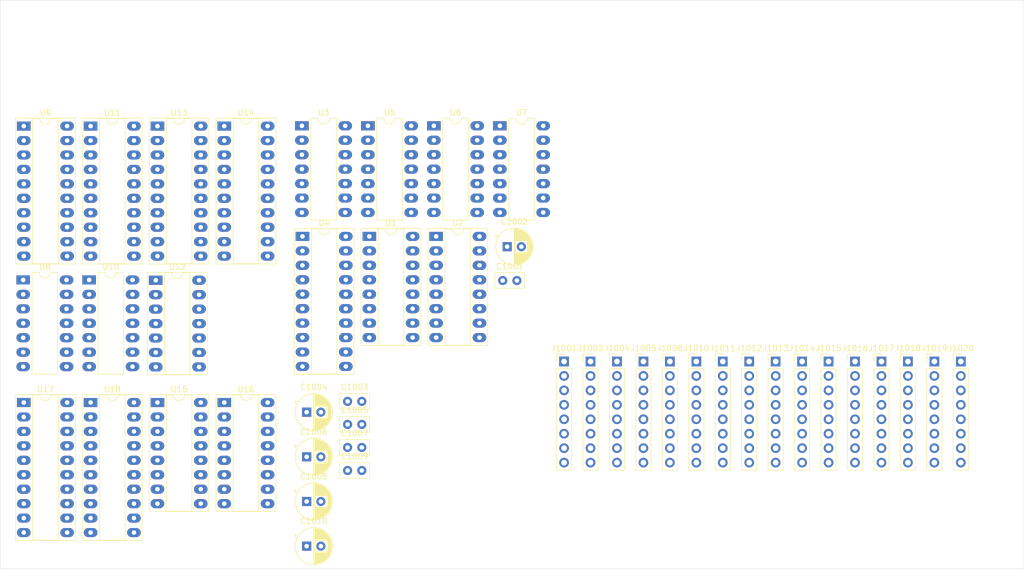
<source format=kicad_pcb>
(kicad_pcb (version 20240108) (generator "pcbnew") (generator_version "8.0")
  (layers (0 "F.Cu" signal) (31 "B.Cu" signal) (34 "B.Paste" user) (35 "F.Paste" user) (36 "B.SilkS" user "B.Silkscreen") (37 "F.SilkS" user "F.Silkscreen") (38 "B.Mask" user) (39 "F.Mask" user) (44 "Edge.Cuts" user))
  (net 0 "")
  (net 1 "+5V")
  (net 2 "GND")
  (net 3 "DB3")
  (net 4 "DB0")
  (net 5 "DB5")
  (net 6 "DB4")
  (net 7 "DB1")
  (net 8 "DB6")
  (net 9 "DB7")
  (net 10 "DB2")
  (net 11 "IB1")
  (net 12 "IB6")
  (net 13 "IB4")
  (net 14 "IB3")
  (net 15 "IB7")
  (net 16 "IB2")
  (net 17 "IB0")
  (net 18 "IB5")
  (net 19 "MISO")
  (net 20 "FETCH")
  (net 21 "~{RES}")
  (net 22 "MOSI")
  (net 23 "SCLK")
  (net 24 "~{RES_DIRTY}")
  (net 25 "~{IRQ}")
  (net 26 "RES")
  (net 27 "EXIT")
  (net 28 "xL_pre")
  (net 29 "~{SUBR}")
  (net 30 "Mx_pre")
  (net 31 "xM_pre")
  (net 32 "Lx_pre")
  (net 33 "xW_pre")
  (net 34 "Nx_pre_clean")
  (net 35 "~{PH3}")
  (net 36 "~{DPH}")
  (net 37 "PH0")
  (net 38 "~{PH0}")
  (net 39 "DPH")
  (net 40 "PH1")
  (net 41 "PUT")
  (net 42 "~{CLOSE}")
  (net 43 "GET")
  (net 44 "~{TRAP}")
  (net 45 "GETPUT")
  (net 46 "~{RCOPY}")
  (net 47 "FREE")
  (net 48 "SCROUNGE")
  (net 49 "xA_CARRY_OUT")
  (net 50 "IPH")
  (net 51 "ZFLAG_R")
  (net 52 "NZFLAG_R")
  (net 53 "NZFLAG_I")
  (net 54 "~{xA_CARRY}")
  (net 55 "PH2")
  (net 56 "JUMP")
  (net 57 "HI2")
  (net 58 "HI5")
  (net 59 "HI4")
  (net 60 "HI1")
  (net 61 "HI3")
  (net 62 "HI6")
  (net 63 "HI0")
  (net 64 "HI7")
  (net 65 "O4")
  (net 66 "O2")
  (net 67 "O7")
  (net 68 "O3")
  (net 69 "O6")
  (net 70 "O0")
  (net 71 "O5")
  (net 72 "O1")
  (net 73 "PC6")
  (net 74 "PC0")
  (net 75 "PC1")
  (net 76 "PC5")
  (net 77 "PC7")
  (net 78 "PC3")
  (net 79 "PC2")
  (net 80 "PC4")
  (net 81 "~{xI}")
  (net 82 "~{xS}")
  (net 83 "~{xD}")
  (net 84 "~{xO}")
  (net 85 "~{xM}")
  (net 86 "~{xP}")
  (net 87 "~{xL}")
  (net 88 "~{xR}")
  (net 89 "xE")
  (net 90 "xA")
  (net 91 "xB")
  (net 92 "xW")
  (net 93 "xJ")
  (net 94 "xT")
  (net 95 "xC")
  (net 96 "xF")
  (net 97 "~{Px}")
  (net 98 "~{Ix}")
  (net 99 "~{Nx}")
  (net 100 "~{Sx}")
  (net 101 "~{Rx}")
  (net 102 "~{Mx}")
  (net 103 "~{Dx}")
  (net 104 "~{Lx}")
  (net 105 "~{opc_TRAP}")
  (net 107 "~{opc_ALU}")
  (net 108 "~{opc_FIX}")
  (net 109 "~{opc_SYS}")
  (net 111 "~{opc_DIRO}")
  (net 112 "~{opc_PAIR}")
  (net 113 "~{SSI}")
  (net 114 "~{SCH}")
  (net 115 "~{RET}")
  (net 116 "~{COR}")
  (net 117 "~{NOP}")
  (net 118 "~{SCL}")
  (net 119 "~{SSO}")
  (net 120 "~{OWN}")
  (net 121 "~{GETO}")
  (net 122 "~{GETR}")
  (net 123 "~{GETD}")
  (net 124 "~{PUTR}")
  (net 125 "~{PUTD}")
  (net 126 "~{PUTI}")
  (net 127 "~{PUTO}")
  (net 128 "~{GETI}")
  (net 129 "Net-(U1-QA)")
  (net 130 "/~{COL}")
  (net 131 "Net-(U1-QB)")
  (net 132 "Net-(U1-QC)")
  (net 133 "/~{BOL}")
  (net 134 "Net-(U1-QD)")
  (net 135 "Net-(U2-QA)")
  (net 136 "Net-(U2-QB)")
  (net 139 "Net-(U2-QC)")
  (net 140 "Net-(U2-QD)")
  (net 141 "SUBR")
  (net 143 "Net-(U10-Pad1)")
  (net 144 "COR")
  (net 145 "Net-(U3-Pad1)")
  (net 146 "TRAP")
  (net 147 "Net-(U4-1OE)")
  (net 148 "Net-(U8A-Q)")
  (net 149 "Net-(U5-Pad1)")
  (net 150 "Net-(U5-Pad4)")
  (net 151 "Net-(U11-Cp)")
  (net 152 "Net-(U5-Pad2)")
  (net 153 "CLOSE")
  (net 154 "Net-(U17-1OE)")
  (net 159 "~{SCROUNGE}")
  (net 160 "Net-(U15-~{LOAD})")
  (net 161 "Net-(U18-OE)")
  (net 162 "xD")
  (net 163 "Net-(U14-1OE)")
  (net 164 "GETD")
  (net 168 "~{EXIT}")
  (net 169 "Net-(U11-D5)")
  (net 170 "Net-(U11-D1)")
  (net 171 "Net-(U11-D7)")
  (net 172 "Net-(U11-D0)")
  (net 173 "Net-(U11-D4)")
  (net 174 "Net-(U11-D6)")
  (net 175 "Net-(U11-D2)")
  (net 176 "Net-(U11-D3)")
  (net 177 "PH3")
  (net 181 "C3")
  (net 182 "C2")
  (net 183 "C1")
  (net 184 "C5")
  (net 185 "C4")
  (net 186 "C6")
  (net 187 "C0")
  (net 188 "C7")
  (net 192 "D3")
  (net 193 "/D Register/~{BOD}")
  (net 194 "D1")
  (net 195 "/D Register/~{COD}")
  (net 196 "D2")
  (net 197 "D0")
  (net 198 "D4")
  (net 200 "D6")
  (net 202 "D7")
  (net 203 "D5")
  (footprint "Connector_PinHeader_2.54mm:PinHeader_1x08_P2.54mm_Vertical" (layer "F.Cu") (at 139.175 70.23)
    (property "Reference" "J1012" (at 0 -2.33 0) (layer "F.SilkS"))
    (property "Value" "Conn_01x08_Pin")
    (pad "1" thru_hole rect (at 0 0) (size 1.7 1.7) (drill 1) (layers "*.Cu" "*.Mask") (net 63 "HI0"))
    (pad "2" thru_hole oval (at 0 2.54) (size 1.7 1.7) (drill 1) (layers "*.Cu" "*.Mask") (net 60 "HI1"))
    (pad "3" thru_hole oval (at 0 5.08) (size 1.7 1.7) (drill 1) (layers "*.Cu" "*.Mask") (net 57 "HI2"))
    (pad "4" thru_hole oval (at 0 7.62) (size 1.7 1.7) (drill 1) (layers "*.Cu" "*.Mask") (net 61 "HI3"))
    (pad "5" thru_hole oval (at 0 10.16) (size 1.7 1.7) (drill 1) (layers "*.Cu" "*.Mask") (net 59 "HI4"))
    (pad "6" thru_hole oval (at 0 12.7) (size 1.7 1.7) (drill 1) (layers "*.Cu" "*.Mask") (net 58 "HI5"))
    (pad "7" thru_hole oval (at 0 15.24) (size 1.7 1.7) (drill 1) (layers "*.Cu" "*.Mask") (net 62 "HI6"))
    (pad "8" thru_hole oval (at 0 17.78) (size 1.7 1.7) (drill 1) (layers "*.Cu" "*.Mask") (net 64 "HI7"))
  )
  (footprint "Capacitor_THT:CP_Radial_D6.3mm_P2.50mm" (layer "F.Cu") (at 61.365241 86.995)
    (property "Reference" "C1006" (at 1.25 -4.4 0) (layer "F.SilkS"))
    (property "Value" "CP 10μF")
    (pad "1" thru_hole rect (at 0 0) (size 1.6 1.6) (drill 0.8) (layers "*.Cu" "*.Mask") (net 1 "+5V"))
    (pad "2" thru_hole circle (at 2.5 0) (size 1.6 1.6) (drill 0.8) (layers "*.Cu" "*.Mask") (net 2 "GND"))
  )
  (footprint "Package_DIP:DIP-14_W7.62mm_LongPads" (layer "F.Cu") (at 11.53 55.895)
    (property "Reference" "U8" (at 3.81 -2.33 0) (layer "F.SilkS"))
    (property "Value" "74HC74")
    (pad "1" thru_hole rect (at 0 0) (size 2.4 1.6) (drill 0.8) (layers "*.Cu" "*.Mask") (net 38 "~{PH0}"))
    (pad "2" thru_hole oval (at 0 2.54) (size 2.4 1.6) (drill 0.8) (layers "*.Cu" "*.Mask") (net 1 "+5V"))
    (pad "3" thru_hole oval (at 0 5.08) (size 2.4 1.6) (drill 0.8) (layers "*.Cu" "*.Mask") (net 2 "GND"))
    (pad "4" thru_hole oval (at 0 7.62) (size 2.4 1.6) (drill 0.8) (layers "*.Cu" "*.Mask") (net 168 "~{EXIT}"))
    (pad "5" thru_hole oval (at 0 10.16) (size 2.4 1.6) (drill 0.8) (layers "*.Cu" "*.Mask") (net 148 "Net-(U8A-Q)"))
    (pad "6" thru_hole oval (at 0 12.7) (size 2.4 1.6) (drill 0.8) (layers "*.Cu" "*.Mask"))
    (pad "7" thru_hole oval (at 0 15.24) (size 2.4 1.6) (drill 0.8) (layers "*.Cu" "*.Mask") (net 2 "GND"))
    (pad "8" thru_hole oval (at 7.62 15.24) (size 2.4 1.6) (drill 0.8) (layers "*.Cu" "*.Mask"))
    (pad "9" thru_hole oval (at 7.62 12.7) (size 2.4 1.6) (drill 0.8) (layers "*.Cu" "*.Mask"))
    (pad "10" thru_hole oval (at 7.62 10.16) (size 2.4 1.6) (drill 0.8) (layers "*.Cu" "*.Mask") (net 1 "+5V"))
    (pad "11" thru_hole oval (at 7.62 7.62) (size 2.4 1.6) (drill 0.8) (layers "*.Cu" "*.Mask") (net 2 "GND"))
    (pad "12" thru_hole oval (at 7.62 5.08) (size 2.4 1.6) (drill 0.8) (layers "*.Cu" "*.Mask") (net 2 "GND"))
    (pad "13" thru_hole oval (at 7.62 2.54) (size 2.4 1.6) (drill 0.8) (layers "*.Cu" "*.Mask") (net 1 "+5V"))
    (pad "14" thru_hole oval (at 7.62 0) (size 2.4 1.6) (drill 0.8) (layers "*.Cu" "*.Mask") (net 1 "+5V"))
  )
  (footprint "Connector_PinHeader_2.54mm:PinHeader_1x08_P2.54mm_Vertical" (layer "F.Cu") (at 148.475 70.23)
    (property "Reference" "J1014" (at 0 -2.33 0) (layer "F.SilkS"))
    (property "Value" "Conn_01x08_Pin")
    (pad "1" thru_hole rect (at 0 0) (size 1.7 1.7) (drill 1) (layers "*.Cu" "*.Mask") (net 74 "PC0"))
    (pad "2" thru_hole oval (at 0 2.54) (size 1.7 1.7) (drill 1) (layers "*.Cu" "*.Mask") (net 75 "PC1"))
    (pad "3" thru_hole oval (at 0 5.08) (size 1.7 1.7) (drill 1) (layers "*.Cu" "*.Mask") (net 79 "PC2"))
    (pad "4" thru_hole oval (at 0 7.62) (size 1.7 1.7) (drill 1) (layers "*.Cu" "*.Mask") (net 78 "PC3"))
    (pad "5" thru_hole oval (at 0 10.16) (size 1.7 1.7) (drill 1) (layers "*.Cu" "*.Mask") (net 80 "PC4"))
    (pad "6" thru_hole oval (at 0 12.7) (size 1.7 1.7) (drill 1) (layers "*.Cu" "*.Mask") (net 76 "PC5"))
    (pad "7" thru_hole oval (at 0 15.24) (size 1.7 1.7) (drill 1) (layers "*.Cu" "*.Mask") (net 73 "PC6"))
    (pad "8" thru_hole oval (at 0 17.78) (size 1.7 1.7) (drill 1) (layers "*.Cu" "*.Mask") (net 77 "PC7"))
  )
  (footprint "Package_DIP:DIP-20_W7.62mm_Socket_LongPads" (layer "F.Cu") (at 35.13 28.845)
    (property "Reference" "U13" (at 3.81 -2.33 0) (layer "F.SilkS"))
    (property "Value" "74LS573")
    (pad "1" thru_hole rect (at 0 0) (size 2.4 1.6) (drill 0.8) (layers "*.Cu" "*.Mask") (net 120 "~{OWN}"))
    (pad "2" thru_hole oval (at 0 2.54) (size 2.4 1.6) (drill 0.8) (layers "*.Cu" "*.Mask") (net 187 "C0"))
    (pad "3" thru_hole oval (at 0 5.08) (size 2.4 1.6) (drill 0.8) (layers "*.Cu" "*.Mask") (net 183 "C1"))
    (pad "4" thru_hole oval (at 0 7.62) (size 2.4 1.6) (drill 0.8) (layers "*.Cu" "*.Mask") (net 182 "C2"))
    (pad "5" thru_hole oval (at 0 10.16) (size 2.4 1.6) (drill 0.8) (layers "*.Cu" "*.Mask") (net 181 "C3"))
    (pad "6" thru_hole oval (at 0 12.7) (size 2.4 1.6) (drill 0.8) (layers "*.Cu" "*.Mask") (net 185 "C4"))
    (pad "7" thru_hole oval (at 0 15.24) (size 2.4 1.6) (drill 0.8) (layers "*.Cu" "*.Mask") (net 184 "C5"))
    (pad "8" thru_hole oval (at 0 17.78) (size 2.4 1.6) (drill 0.8) (layers "*.Cu" "*.Mask") (net 186 "C6"))
    (pad "9" thru_hole oval (at 0 20.32) (size 2.4 1.6) (drill 0.8) (layers "*.Cu" "*.Mask") (net 188 "C7"))
    (pad "10" thru_hole oval (at 0 22.86) (size 2.4 1.6) (drill 0.8) (layers "*.Cu" "*.Mask") (net 2 "GND"))
    (pad "11" thru_hole oval (at 7.62 22.86) (size 2.4 1.6) (drill 0.8) (layers "*.Cu" "*.Mask") (net 141 "SUBR"))
    (pad "12" thru_hole oval (at 7.62 20.32) (size 2.4 1.6) (drill 0.8) (layers "*.Cu" "*.Mask") (net 9 "DB7"))
    (pad "13" thru_hole oval (at 7.62 17.78) (size 2.4 1.6) (drill 0.8) (layers "*.Cu" "*.Mask") (net 8 "DB6"))
    (pad "14" thru_hole oval (at 7.62 15.24) (size 2.4 1.6) (drill 0.8) (layers "*.Cu" "*.Mask") (net 5 "DB5"))
    (pad "15" thru_hole oval (at 7.62 12.7) (size 2.4 1.6) (drill 0.8) (layers "*.Cu" "*.Mask") (net 6 "DB4"))
    (pad "16" thru_hole oval (at 7.62 10.16) (size 2.4 1.6) (drill 0.8) (layers "*.Cu" "*.Mask") (net 3 "DB3"))
    (pad "17" thru_hole oval (at 7.62 7.62) (size 2.4 1.6) (drill 0.8) (layers "*.Cu" "*.Mask") (net 10 "DB2"))
    (pad "18" thru_hole oval (at 7.62 5.08) (size 2.4 1.6) (drill 0.8) (layers "*.Cu" "*.Mask") (net 7 "DB1"))
    (pad "19" thru_hole oval (at 7.62 2.54) (size 2.4 1.6) (drill 0.8) (layers "*.Cu" "*.Mask") (net 4 "DB0"))
    (pad "20" thru_hole oval (at 7.62 0) (size 2.4 1.6) (drill 0.8) (layers "*.Cu" "*.Mask") (net 1 "+5V"))
  )
  (footprint "Package_DIP:DIP-14_W7.62mm_LongPads" (layer "F.Cu") (at 60.53 28.795)
    (property "Reference" "U3" (at 3.81 -2.33 0) (layer "F.SilkS"))
    (property "Value" "74LS32")
    (pad "1" thru_hole rect (at 0 0) (size 2.4 1.6) (drill 0.8) (layers "*.Cu" "*.Mask") (net 145 "Net-(U3-Pad1)"))
    (pad "2" thru_hole oval (at 0 2.54) (size 2.4 1.6) (drill 0.8) (layers "*.Cu" "*.Mask") (net 45 "GETPUT"))
    (pad "3" thru_hole oval (at 0 5.08) (size 2.4 1.6) (drill 0.8) (layers "*.Cu" "*.Mask") (net 147 "Net-(U4-1OE)"))
    (pad "4" thru_hole oval (at 0 7.62) (size 2.4 1.6) (drill 0.8) (layers "*.Cu" "*.Mask") (net 95 "xC"))
    (pad "5" thru_hole oval (at 0 10.16) (size 2.4 1.6) (drill 0.8) (layers "*.Cu" "*.Mask") (net 146 "TRAP"))
    (pad "6" thru_hole oval (at 0 12.7) (size 2.4 1.6) (drill 0.8) (layers "*.Cu" "*.Mask") (net 141 "SUBR"))
    (pad "7" thru_hole oval (at 0 15.24) (size 2.4 1.6) (drill 0.8) (layers "*.Cu" "*.Mask") (net 2 "GND"))
    (pad "8" thru_hole oval (at 7.62 15.24) (size 2.4 1.6) (drill 0.8) (layers "*.Cu" "*.Mask") (net 143 "Net-(U10-Pad1)"))
    (pad "9" thru_hole oval (at 7.62 12.7) (size 2.4 1.6) (drill 0.8) (layers "*.Cu" "*.Mask") (net 141 "SUBR"))
    (pad "10" thru_hole oval (at 7.62 10.16) (size 2.4 1.6) (drill 0.8) (layers "*.Cu" "*.Mask") (net 144 "COR"))
    (pad "11" thru_hole oval (at 7.62 7.62) (size 2.4 1.6) (drill 0.8) (layers "*.Cu" "*.Mask"))
    (pad "12" thru_hole oval (at 7.62 5.08) (size 2.4 1.6) (drill 0.8) (layers "*.Cu" "*.Mask") (net 2 "GND"))
    (pad "13" thru_hole oval (at 7.62 2.54) (size 2.4 1.6) (drill 0.8) (layers "*.Cu" "*.Mask") (net 2 "GND"))
    (pad "14" thru_hole oval (at 7.62 0) (size 2.4 1.6) (drill 0.8) (layers "*.Cu" "*.Mask") (net 1 "+5V"))
  )
  (footprint "Capacitor_THT:C_Disc_D5.0mm_W2.5mm_P2.50mm" (layer "F.Cu") (at 68.56 85.345)
    (property "Reference" "C1007" (at 1.25 -2.5 0) (layer "F.SilkS"))
    (property "Value" "C 100nF")
    (pad "1" thru_hole circle (at 0 0) (size 1.6 1.6) (drill 0.8) (layers "*.Cu" "*.Mask") (net 1 "+5V"))
    (pad "2" thru_hole circle (at 2.5 0) (size 1.6 1.6) (drill 0.8) (layers "*.Cu" "*.Mask") (net 2 "GND"))
  )
  (footprint "Package_DIP:DIP-14_W7.62mm_Socket_LongPads" (layer "F.Cu") (at 34.83 55.945)
    (property "Reference" "U12" (at 3.81 -2.33 0) (layer "F.SilkS"))
    (property "Value" "4078")
    (pad "1" thru_hole rect (at 0 0) (size 2.4 1.6) (drill 0.8) (layers "*.Cu" "*.Mask") (net 47 "FREE"))
    (pad "2" thru_hole oval (at 0 2.54) (size 2.4 1.6) (drill 0.8) (layers "*.Cu" "*.Mask") (net 2 "GND"))
    (pad "3" thru_hole oval (at 0 5.08) (size 2.4 1.6) (drill 0.8) (layers "*.Cu" "*.Mask") (net 2 "GND"))
    (pad "4" thru_hole oval (at 0 7.62) (size 2.4 1.6) (drill 0.8) (layers "*.Cu" "*.Mask") (net 2 "GND"))
    (pad "5" thru_hole oval (at 0 10.16) (size 2.4 1.6) (drill 0.8) (layers "*.Cu" "*.Mask") (net 2 "GND"))
    (pad "6" thru_hole oval (at 0 12.7) (size 2.4 1.6) (drill 0.8) (layers "*.Cu" "*.Mask"))
    (pad "7" thru_hole oval (at 0 15.24) (size 2.4 1.6) (drill 0.8) (layers "*.Cu" "*.Mask") (net 2 "GND"))
    (pad "8" thru_hole oval (at 7.62 15.24) (size 2.4 1.6) (drill 0.8) (layers "*.Cu" "*.Mask"))
    (pad "9" thru_hole oval (at 7.62 12.7) (size 2.4 1.6) (drill 0.8) (layers "*.Cu" "*.Mask") (net 2 "GND"))
    (pad "10" thru_hole oval (at 7.62 10.16) (size 2.4 1.6) (drill 0.8) (layers "*.Cu" "*.Mask") (net 184 "C5"))
    (pad "11" thru_hole oval (at 7.62 7.62) (size 2.4 1.6) (drill 0.8) (layers "*.Cu" "*.Mask") (net 186 "C6"))
    (pad "12" thru_hole oval (at 7.62 5.08) (size 2.4 1.6) (drill 0.8) (layers "*.Cu" "*.Mask") (net 188 "C7"))
    (pad "13" thru_hole oval (at 7.62 2.54) (size 2.4 1.6) (drill 0.8) (layers "*.Cu" "*.Mask"))
    (pad "14" thru_hole oval (at 7.62 0) (size 2.4 1.6) (drill 0.8) (layers "*.Cu" "*.Mask") (net 1 "+5V"))
  )
  (footprint "Package_DIP:DIP-20_W7.62mm_Socket_LongPads" (layer "F.Cu") (at 60.63 48.245)
    (property "Reference" "U4" (at 3.81 -2.33 0) (layer "F.SilkS"))
    (property "Value" "74AHC244")
    (pad "1" thru_hole rect (at 0 0) (size 2.4 1.6) (drill 0.8) (layers "*.Cu" "*.Mask") (net 147 "Net-(U4-1OE)"))
    (pad "2" thru_hole oval (at 0 2.54) (size 2.4 1.6) (drill 0.8) (layers "*.Cu" "*.Mask") (net 129 "Net-(U1-QA)"))
    (pad "3" thru_hole oval (at 0 5.08) (size 2.4 1.6) (drill 0.8) (layers "*.Cu" "*.Mask") (net 59 "HI4"))
    (pad "4" thru_hole oval (at 0 7.62) (size 2.4 1.6) (drill 0.8) (layers "*.Cu" "*.Mask") (net 131 "Net-(U1-QB)"))
    (pad "5" thru_hole oval (at 0 10.16) (size 2.4 1.6) (drill 0.8) (layers "*.Cu" "*.Mask") (net 58 "HI5"))
    (pad "6" thru_hole oval (at 0 12.7) (size 2.4 1.6) (drill 0.8) (layers "*.Cu" "*.Mask") (net 132 "Net-(U1-QC)"))
    (pad "7" thru_hole oval (at 0 15.24) (size 2.4 1.6) (drill 0.8) (layers "*.Cu" "*.Mask") (net 62 "HI6"))
    (pad "8" thru_hole oval (at 0 17.78) (size 2.4 1.6) (drill 0.8) (layers "*.Cu" "*.Mask") (net 134 "Net-(U1-QD)"))
    (pad "9" thru_hole oval (at 0 20.32) (size 2.4 1.6) (drill 0.8) (layers "*.Cu" "*.Mask") (net 64 "HI7"))
    (pad "10" thru_hole oval (at 0 22.86) (size 2.4 1.6) (drill 0.8) (layers "*.Cu" "*.Mask") (net 2 "GND"))
    (pad "11" thru_hole oval (at 7.62 22.86) (size 2.4 1.6) (drill 0.8) (layers "*.Cu" "*.Mask") (net 140 "Net-(U2-QD)"))
    (pad "12" thru_hole oval (at 7.62 20.32) (size 2.4 1.6) (drill 0.8) (layers "*.Cu" "*.Mask") (net 61 "HI3"))
    (pad "13" thru_hole oval (at 7.62 17.78) (size 2.4 1.6) (drill 0.8) (layers "*.Cu" "*.Mask") (net 139 "Net-(U2-QC)"))
    (pad "14" thru_hole oval (at 7.62 15.24) (size 2.4 1.6) (drill 0.8) (layers "*.Cu" "*.Mask") (net 57 "HI2"))
    (pad "15" thru_hole oval (at 7.62 12.7) (size 2.4 1.6) (drill 0.8) (layers "*.Cu" "*.Mask") (net 136 "Net-(U2-QB)"))
    (pad "16" thru_hole oval (at 7.62 10.16) (size 2.4 1.6) (drill 0.8) (layers "*.Cu" "*.Mask") (net 60 "HI1"))
    (pad "17" thru_hole oval (at 7.62 7.62) (size 2.4 1.6) (drill 0.8) (layers "*.Cu" "*.Mask") (net 135 "Net-(U2-QA)"))
    (pad "18" thru_hole oval (at 7.62 5.08) (size 2.4 1.6) (drill 0.8) (layers "*.Cu" "*.Mask") (net 63 "HI0"))
    (pad "19" thru_hole oval (at 7.62 2.54) (size 2.4 1.6) (drill 0.8) (layers "*.Cu" "*.Mask") (net 147 "Net-(U4-1OE)"))
    (pad "20" thru_hole oval (at 7.62 0) (size 2.4 1.6) (drill 0.8) (layers "*.Cu" "*.Mask") (net 1 "+5V"))
  )
  (footprint "Package_DIP:DIP-14_W7.62mm_LongPads" (layer "F.Cu") (at 72.13 28.795)
    (property "Reference" "U5" (at 3.81 -2.33 0) (layer "F.SilkS"))
    (property "Value" "74LS08")
    (pad "1" thru_hole rect (at 0 0) (size 2.4 1.6) (drill 0.8) (layers "*.Cu" "*.Mask") (net 149 "Net-(U5-Pad1)"))
    (pad "2" thru_hole oval (at 0 2.54) (size 2.4 1.6) (drill 0.8) (layers "*.Cu" "*.Mask") (net 152 "Net-(U5-Pad2)"))
    (pad "3" thru_hole oval (at 0 5.08) (size 2.4 1.6) (drill 0.8) (layers "*.Cu" "*.Mask") (net 145 "Net-(U3-Pad1)"))
    (pad "4" thru_hole oval (at 0 7.62) (size 2.4 1.6) (drill 0.8) (layers "*.Cu" "*.Mask") (net 150 "Net-(U5-Pad4)"))
    (pad "5" thru_hole oval (at 0 10.16) (size 2.4 1.6) (drill 0.8) (layers "*.Cu" "*.Mask") (net 103 "~{Dx}"))
    (pad "6" thru_hole oval (at 0 12.7) (size 2.4 1.6) (drill 0.8) (layers "*.Cu" "*.Mask") (net 154 "Net-(U17-1OE)"))
    (pad "7" thru_hole oval (at 0 15.24) (size 2.4 1.6) (drill 0.8) (layers "*.Cu" "*.Mask") (net 2 "GND"))
    (pad "8" thru_hole oval (at 7.62 15.24) (size 2.4 1.6) (drill 0.8) (layers "*.Cu" "*.Mask") (net 150 "Net-(U5-Pad4)"))
    (pad "9" thru_hole oval (at 7.62 12.7) (size 2.4 1.6) (drill 0.8) (layers "*.Cu" "*.Mask") (net 116 "~{COR}"))
    (pad "10" thru_hole oval (at 7.62 10.16) (size 2.4 1.6) (drill 0.8) (layers "*.Cu" "*.Mask") (net 125 "~{PUTD}"))
    (pad "11" thru_hole oval (at 7.62 7.62) (size 2.4 1.6) (drill 0.8) (layers "*.Cu" "*.Mask") (net 151 "Net-(U11-Cp)"))
    (pad "12" thru_hole oval (at 7.62 5.08) (size 2.4 1.6) (drill 0.8) (layers "*.Cu" "*.Mask") (net 153 "CLOSE"))
    (pad "13" thru_hole oval (at 7.62 2.54) (size 2.4 1.6) (drill 0.8) (layers "*.Cu" "*.Mask") (net 148 "Net-(U8A-Q)"))
    (pad "14" thru_hole oval (at 7.62 0) (size 2.4 1.6) (drill 0.8) (layers "*.Cu" "*.Mask") (net 1 "+5V"))
  )
  (footprint "Package_DIP:DIP-16_W7.62mm_Socket_LongPads" (layer "F.Cu") (at 72.38 48.245)
    (property "Reference" "U1" (at 3.81 -2.33 0) (layer "F.SilkS"))
    (property "Value" "74HC193")
    (pad "1" thru_hole rect (at 0 0) (size 2.4 1.6) (drill 0.8) (layers "*.Cu" "*.Mask") (net 2 "GND"))
    (pad "2" thru_hole oval (at 0 2.54) (size 2.4 1.6) (drill 0.8) (layers "*.Cu" "*.Mask") (net 131 "Net-(U1-QB)"))
    (pad "3" thru_hole oval (at 0 5.08) (size 2.4 1.6) (drill 0.8) (layers "*.Cu" "*.Mask") (net 129 "Net-(U1-QA)"))
    (pad "4" thru_hole oval (at 0 7.62) (size 2.4 1.6) (drill 0.8) (layers "*.Cu" "*.Mask") (net 29 "~{SUBR}"))
    (pad "5" thru_hole oval (at 0 10.16) (size 2.4 1.6) (drill 0.8) (layers "*.Cu" "*.Mask") (net 115 "~{RET}"))
    (pad "6" thru_hole oval (at 0 12.7) (size 2.4 1.6) (drill 0.8) (layers "*.Cu" "*.Mask") (net 132 "Net-(U1-QC)"))
    (pad "7" thru_hole oval (at 0 15.24) (size 2.4 1.6) (drill 0.8) (layers "*.Cu" "*.Mask") (net 134 "Net-(U1-QD)"))
    (pad "8" thru_hole oval (at 0 17.78) (size 2.4 1.6) (drill 0.8) (layers "*.Cu" "*.Mask") (net 2 "GND"))
    (pad "9" thru_hole oval (at 7.62 17.78) (size 2.4 1.6) (drill 0.8) (layers "*.Cu" "*.Mask") (net 2 "GND"))
    (pad "10" thru_hole oval (at 7.62 15.24) (size 2.4 1.6) (drill 0.8) (layers "*.Cu" "*.Mask") (net 2 "GND"))
    (pad "11" thru_hole oval (at 7.62 12.7) (size 2.4 1.6) (drill 0.8) (layers "*.Cu" "*.Mask") (net 1 "+5V"))
    (pad "12" thru_hole oval (at 7.62 10.16) (size 2.4 1.6) (drill 0.8) (layers "*.Cu" "*.Mask") (net 130 "/~{COL}"))
    (pad "13" thru_hole oval (at 7.62 7.62) (size 2.4 1.6) (drill 0.8) (layers "*.Cu" "*.Mask") (net 133 "/~{BOL}"))
    (pad "14" thru_hole oval (at 7.62 5.08) (size 2.4 1.6) (drill 0.8) (layers "*.Cu" "*.Mask") (net 26 "RES"))
    (pad "15" thru_hole oval (at 7.62 2.54) (size 2.4 1.6) (drill 0.8) (layers "*.Cu" "*.Mask") (net 2 "GND"))
    (pad "16" thru_hole oval (at 7.62 0) (size 2.4 1.6) (drill 0.8) (layers "*.Cu" "*.Mask") (net 1 "+5V"))
  )
  (footprint "Capacitor_THT:C_Disc_D5.0mm_W2.5mm_P2.50mm" (layer "F.Cu") (at 68.56 81.295)
    (property "Reference" "C1005" (at 1.25 -2.5 0) (layer "F.SilkS"))
    (property "Value" "C 100nF")
    (pad "1" thru_hole circle (at 0 0) (size 1.6 1.6) (drill 0.8) (layers "*.Cu" "*.Mask") (net 1 "+5V"))
    (pad "2" thru_hole circle (at 2.5 0) (size 1.6 1.6) (drill 0.8) (layers "*.Cu" "*.Mask") (net 2 "GND"))
  )
  (footprint "Package_DIP:DIP-14_W7.62mm_LongPads" (layer "F.Cu") (at 83.73 28.795)
    (property "Reference" "U6" (at 3.81 -2.33 0) (layer "F.SilkS"))
    (property "Value" "74HC04")
    (pad "1" thru_hole rect (at 0 0) (size 2.4 1.6) (drill 0.8) (layers "*.Cu" "*.Mask") (net 141 "SUBR"))
    (pad "2" thru_hole oval (at 0 2.54) (size 2.4 1.6) (drill 0.8) (layers "*.Cu" "*.Mask") (net 29 "~{SUBR}"))
    (pad "3" thru_hole oval (at 0 5.08) (size 2.4 1.6) (drill 0.8) (layers "*.Cu" "*.Mask") (net 159 "~{SCROUNGE}"))
    (pad "4" thru_hole oval (at 0 7.62) (size 2.4 1.6) (drill 0.8) (layers "*.Cu" "*.Mask") (net 149 "Net-(U5-Pad1)"))
    (pad "5" thru_hole oval (at 0 10.16) (size 2.4 1.6) (drill 0.8) (layers "*.Cu" "*.Mask") (net 2 "GND"))
    (pad "6" thru_hole oval (at 0 12.7) (size 2.4 1.6) (drill 0.8) (layers "*.Cu" "*.Mask"))
    (pad "7" thru_hole oval (at 0 15.24) (size 2.4 1.6) (drill 0.8) (layers "*.Cu" "*.Mask") (net 2 "GND"))
    (pad "8" thru_hole oval (at 7.62 15.24) (size 2.4 1.6) (drill 0.8) (layers "*.Cu" "*.Mask"))
    (pad "9" thru_hole oval (at 7.62 12.7) (size 2.4 1.6) (drill 0.8) (layers "*.Cu" "*.Mask") (net 2 "GND"))
    (pad "10" thru_hole oval (at 7.62 10.16) (size 2.4 1.6) (drill 0.8) (layers "*.Cu" "*.Mask"))
    (pad "11" thru_hole oval (at 7.62 7.62) (size 2.4 1.6) (drill 0.8) (layers "*.Cu" "*.Mask") (net 2 "GND"))
    (pad "12" thru_hole oval (at 7.62 5.08) (size 2.4 1.6) (drill 0.8) (layers "*.Cu" "*.Mask"))
    (pad "13" thru_hole oval (at 7.62 2.54) (size 2.4 1.6) (drill 0.8) (layers "*.Cu" "*.Mask") (net 2 "GND"))
    (pad "14" thru_hole oval (at 7.62 0) (size 2.4 1.6) (drill 0.8) (layers "*.Cu" "*.Mask") (net 1 "+5V"))
  )
  (footprint "Connector_PinHeader_2.54mm:PinHeader_1x08_P2.54mm_Vertical" (layer "F.Cu") (at 111.275 70.23)
    (property "Reference" "J1002" (at 0 -2.33 0) (layer "F.SilkS"))
    (property "Value" "Conn_01x08_Pin")
    (pad "1" thru_hole rect (at 0 0) (size 1.7 1.7) (drill 1) (layers "*.Cu" "*.Mask") (net 17 "IB0"))
    (pad "2" thru_hole oval (at 0 2.54) (size 1.7 1.7) (drill 1) (layers "*.Cu" "*.Mask") (net 11 "IB1"))
    (pad "3" thru_hole oval (at 0 5.08) (size 1.7 1.7) (drill 1) (layers "*.Cu" "*.Mask") (net 16 "IB2"))
    (pad "4" thru_hole oval (at 0 7.62) (size 1.7 1.7) (drill 1) (layers "*.Cu" "*.Mask") (net 14 "IB3"))
    (pad "5" thru_hole oval (at 0 10.16) (size 1.7 1.7) (drill 1) (layers "*.Cu" "*.Mask") (net 13 "IB4"))
    (pad "6" thru_hole oval (at 0 12.7) (size 1.7 1.7) (drill 1) (layers "*.Cu" "*.Mask") (net 18 "IB5"))
    (pad "7" thru_hole oval (at 0 15.24) (size 1.7 1.7) (drill 1) (layers "*.Cu" "*.Mask") (net 12 "IB6"))
    (pad "8" thru_hole oval (at 0 17.78) (size 1.7 1.7) (drill 1) (layers "*.Cu" "*.Mask") (net 15 "IB7"))
  )
  (footprint "Capacitor_THT:CP_Radial_D6.3mm_P2.50mm" (layer "F.Cu") (at 96.615241 50.045)
    (property "Reference" "C1002" (at 1.25 -4.4 0) (layer "F.SilkS"))
    (property "Value" "CP 10μF")
    (pad "1" thru_hole rect (at 0 0) (size 1.6 1.6) (drill 0.8) (layers "*.Cu" "*.Mask") (net 1 "+5V"))
    (pad "2" thru_hole circle (at 2.5 0) (size 1.6 1.6) (drill 0.8) (layers "*.Cu" "*.Mask") (net 2 "GND"))
  )
  (footprint "Package_DIP:DIP-16_W7.62mm_Socket_LongPads" (layer "F.Cu") (at 35.13 77.445)
    (property "Reference" "U15" (at 3.81 -2.33 0) (layer "F.SilkS"))
    (property "Value" "74HC193")
    (pad "1" thru_hole rect (at 0 0) (size 2.4 1.6) (drill 0.8) (layers "*.Cu" "*.Mask") (net 7 "DB1"))
    (pad "2" thru_hole oval (at 0 2.54) (size 2.4 1.6) (drill 0.8) (layers "*.Cu" "*.Mask") (net 194 "D1"))
    (pad "3" thru_hole oval (at 0 5.08) (size 2.4 1.6) (drill 0.8) (layers "*.Cu" "*.Mask") (net 197 "D0"))
    (pad "4" thru_hole oval (at 0 7.62) (size 2.4 1.6) (drill 0.8) (layers "*.Cu" "*.Mask") (net 1 "+5V"))
    (pad "5" thru_hole oval (at 0 10.16) (size 2.4 1.6) (drill 0.8) (layers "*.Cu" "*.Mask") (net 54 "~{xA_CARRY}"))
    (pad "6" thru_hole oval (at 0 12.7) (size 2.4 1.6) (drill 0.8) (layers "*.Cu" "*.Mask") (net 196 "D2"))
    (pad "7" thru_hole oval (at 0 15.24) (size 2.4 1.6) (drill 0.8) (layers "*.Cu" "*.Mask") (net 192 "D3"))
    (pad "8" thru_hole oval (at 0 17.78) (size 2.4 1.6) (drill 0.8) (layers "*.Cu" "*.Mask") (net 2 "GND"))
    (pad "9" thru_hole oval (at 7.62 17.78) (size 2.4 1.6) (drill 0.8) (layers "*.Cu" "*.Mask") (net 3 "DB3"))
    (pad "10" thru_hole oval (at 7.62 15.24) (size 2.4 1.6) (drill 0.8) (layers "*.Cu" "*.Mask") (net 10 "DB2"))
    (pad "11" thru_hole oval (at 7.62 12.7) (size 2.4 1.6) (drill 0.8) (layers "*.Cu" "*.Mask") (net 160 "Net-(U15-~{LOAD})"))
    (pad "12" thru_hole oval (at 7.62 10.16) (size 2.4 1.6) (drill 0.8) (layers "*.Cu" "*.Mask") (net 195 "/D Register/~{COD}"))
    (pad "13" thru_hole oval (at 7.62 7.62) (size 2.4 1.6) (drill 0.8) (layers "*.Cu" "*.Mask") (net 193 "/D Register/~{BOD}"))
    (pad "14" thru_hole oval (at 7.62 5.08) (size 2.4 1.6) (drill 0.8) (layers "*.Cu" "*.Mask") (net 26 "RES"))
    (pad "15" thru_hole oval (at 7.62 2.54) (size 2.4 1.6) (drill 0.8) (layers "*.Cu" "*.Mask") (net 4 "DB0"))
    (pad "16" thru_hole oval (at 7.62 0) (size 2.4 1.6) (drill 0.8) (layers "*.Cu" "*.Mask") (net 1 "+5V"))
  )
  (footprint "Package_DIP:DIP-20_W7.62mm_Socket_LongPads" (layer "F.Cu") (at 46.88 28.845)
    (property "Reference" "U14" (at 3.81 -2.33 0) (layer "F.SilkS"))
    (property "Value" "74AHC244")
    (pad "1" thru_hole rect (at 0 0) (size 2.4 1.6) (drill 0.8) (layers "*.Cu" "*.Mask") (net 163 "Net-(U14-1OE)"))
    (pad "2" thru_hole oval (at 0 2.54) (size 2.4 1.6) (drill 0.8) (layers "*.Cu" "*.Mask") (net 187 "C0"))
    (pad "3" thru_hole oval (at 0 5.08) (size 2.4 1.6) (drill 0.8) (layers "*.Cu" "*.Mask") (net 59 "HI4"))
    (pad "4" thru_hole oval (at 0 7.62) (size 2.4 1.6) (drill 0.8) (layers "*.Cu" "*.Mask") (net 183 "C1"))
    (pad "5" thru_hole oval (at 0 10.16) (size 2.4 1.6) (drill 0.8) (layers "*.Cu" "*.Mask") (net 58 "HI5"))
    (pad "6" thru_hole oval (at 0 12.7) (size 2.4 1.6) (drill 0.8) (layers "*.Cu" "*.Mask") (net 182 "C2"))
    (pad "7" thru_hole oval (at 0 15.24) (size 2.4 1.6) (drill 0.8) (layers "*.Cu" "*.Mask") (net 62 "HI6"))
    (pad "8" thru_hole oval (at 0 17.78) (size 2.4 1.6) (drill 0.8) (layers "*.Cu" "*.Mask") (net 181 "C3"))
    (pad "9" thru_hole oval (at 0 20.32) (size 2.4 1.6) (drill 0.8) (layers "*.Cu" "*.Mask") (net 64 "HI7"))
    (pad "10" thru_hole oval (at 0 22.86) (size 2.4 1.6) (drill 0.8) (layers "*.Cu" "*.Mask") (net 2 "GND"))
    (pad "11" thru_hole oval (at 7.62 22.86) (size 2.4 1.6) (drill 0.8) (layers "*.Cu" "*.Mask") (net 188 "C7"))
    (pad "12" thru_hole oval (at 7.62 20.32) (size 2.4 1.6) (drill 0.8) (layers "*.Cu" "*.Mask") (net 61 "HI3"))
    (pad "13" thru_hole oval (at 7.62 17.78) (size 2.4 1.6) (drill 0.8) (layers "*.Cu" "*.Mask") (net 186 "C6"))
    (pad "14" thru_hole oval (at 7.62 15.24) (size 2.4 1.6) (drill 0.8) (layers "*.Cu" "*.Mask") (net 57 "HI2"))
    (pad "15" thru_hole oval (at 7.62 12.7) (size 2.4 1.6) (drill 0.8) (layers "*.Cu" "*.Mask") (net 184 "C5"))
    (pad "16" thru_hole oval (at 7.62 10.16) (size 2.4 1.6) (drill 0.8) (layers "*.Cu" "*.Mask") (net 60 "HI1"))
    (pad "17" thru_hole oval (at 7.62 7.62) (size 2.4 1.6) (drill 0.8) (layers "*.Cu" "*.Mask") (net 185 "C4"))
    (pad "18" thru_hole oval (at 7.62 5.08) (size 2.4 1.6) (drill 0.8) (layers "*.Cu" "*.Mask") (net 63 "HI0"))
    (pad "19" thru_hole oval (at 7.62 2.54) (size 2.4 1.6) (drill 0.8) (layers "*.Cu" "*.Mask") (net 163 "Net-(U14-1OE)"))
    (pad "20" thru_hole oval (at 7.62 0) (size 2.4 1.6) (drill 0.8) (layers "*.Cu" "*.Mask") (net 1 "+5V"))
  )
  (footprint "Connector_PinHeader_2.54mm:PinHeader_1x08_P2.54mm_Vertical" (layer "F.Cu") (at 171.725 70.23)
    (property "Reference" "J1019" (at 0 -2.33 0) (layer "F.SilkS"))
    (property "Value" "Conn_01x08_Pin")
    (pad "1" thru_hole rect (at 0 0) (size 1.7 1.7) (drill 1) (layers "*.Cu" "*.Mask") (net 117 "~{NOP}"))
    (pad "2" thru_hole oval (at 0 2.54) (size 1.7 1.7) (drill 1) (layers "*.Cu" "*.Mask") (net 113 "~{SSI}"))
    (pad "3" thru_hole oval (at 0 5.08) (size 1.7 1.7) (drill 1) (layers "*.Cu" "*.Mask") (net 119 "~{SSO}"))
    (pad "4" thru_hole oval (at 0 7.62) (size 1.7 1.7) (drill 1) (layers "*.Cu" "*.Mask") (net 118 "~{SCL}"))
    (pad "5" thru_hole oval (at 0 10.16) (size 1.7 1.7) (drill 1) (layers "*.Cu" "*.Mask") (net 114 "~{SCH}"))
    (pad "6" thru_hole oval (at 0 12.7) (size 1.7 1.7) (drill 1) (layers "*.Cu" "*.Mask") (net 115 "~{RET}"))
    (pad "7" thru_hole oval (at 0 15.24) (size 1.7 1.7) (drill 1) (layers "*.Cu" "*.Mask") (net 116 "~{COR}"))
    (pad "8" thru_hole oval (at 0 17.78) (size 1.7 1.7) (drill 1) (layers "*.Cu" "*.Mask") (net 120 "~{OWN}"))
  )
  (footprint "Connector_PinHeader_2.54mm:PinHeader_1x08_P2.54mm_Vertical" (layer "F.Cu") (at 106.625 70.23)
    (property "Reference" "J1001" (at 0 -2.33 0) (layer "F.SilkS"))
    (property "Value" "Conn_01x08_Pin")
    (pad "1" thru_hole rect (at 0 0) (size 1.7 1.7) (drill 1) (layers "*.Cu" "*.Mask") (net 4 "DB0"))
    (pad "2" thru_hole oval (at 0 2.54) (size 1.7 1.7) (drill 1) (layers "*.Cu" "*.Mask") (net 7 "DB1"))
    (pad "3" thru_hole oval (at 0 5.08) (size 1.7 1.7) (drill 1) (layers "*.Cu" "*.Mask") (net 10 "DB2"))
    (pad "4" thru_hole oval (at 0 7.62) (size 1.7 1.7) (drill 1) (layers "*.Cu" "*.Mask") (net 3 "DB3"))
    (pad "5" thru_hole oval (at 0 10.16) (size 1.7 1.7) (drill 1) (layers "*.Cu" "*.Mask") (net 6 "DB4"))
    (pad "6" thru_hole oval (at 0 12.7) (size 1.7 1.7) (drill 1) (layers "*.Cu" "*.Mask") (net 5 "DB5"))
    (pad "7" thru_hole oval (at 0 15.24) (size 1.7 1.7) (drill 1) (layers "*.Cu" "*.Mask") (net 8 "DB6"))
    (pad "8" thru_hole oval (at 0 17.78) (size 1.7 1.7) (drill 1) (layers "*.Cu" "*.Mask") (net 9 "DB7"))
  )
  (footprint "Connector_PinHeader_2.54mm:PinHeader_1x08_P2.54mm_Vertical" (layer "F.Cu") (at 125.225 70.23)
    (property "Reference" "J1008" (at 0 -2.33 0) (layer "F.SilkS"))
    (property "Value" "Conn_01x08_Pin")
    (pad "1" thru_hole rect (at 0 0) (size 1.7 1.7) (drill 1) (layers "*.Cu" "*.Mask") (net 1 "+5V"))
    (pad "2" thru_hole oval (at 0 2.54) (size 1.7 1.7) (drill 1) (layers "*.Cu" "*.Mask") (net 2 "GND"))
    (pad "3" thru_hole oval (at 0 5.08) (size 1.7 1.7) (drill 1) (layers "*.Cu" "*.Mask") (net 38 "~{PH0}"))
    (pad "4" thru_hole oval (at 0 7.62) (size 1.7 1.7) (drill 1) (layers "*.Cu" "*.Mask") (net 37 "PH0"))
    (pad "5" thru_hole oval (at 0 10.16) (size 1.7 1.7) (drill 1) (layers "*.Cu" "*.Mask") (net 40 "PH1"))
    (pad "6" thru_hole oval (at 0 12.7) (size 1.7 1.7) (drill 1) (layers "*.Cu" "*.Mask") (net 36 "~{DPH}"))
    (pad "7" thru_hole oval (at 0 15.24) (size 1.7 1.7) (drill 1) (layers "*.Cu" "*.Mask") (net 39 "DPH"))
    (pad "8" thru_hole oval (at 0 17.78) (size 1.7 1.7) (drill 1) (layers "*.Cu" "*.Mask") (net 35 "~{PH3}"))
  )
  (footprint "Package_DIP:DIP-20_W7.62mm_Socket_LongPads" (layer "F.Cu") (at 23.38 77.445)
    (property "Reference" "U18" (at 3.81 -2.33 0) (layer "F.SilkS"))
    (property "Value" "74AHC574")
    (pad "1" thru_hole rect (at 0 0) (size 2.4 1.6) (drill 0.8) (layers "*.Cu" "*.Mask") (net 161 "Net-(U18-OE)"))
    (pad "2" thru_hole oval (at 0 2.54) (size 2.4 1.6) (drill 0.8) (layers "*.Cu" "*.Mask") (net 197 "D0"))
    (pad "3" thru_hole oval (at 0 5.08) (size 2.4 1.6) (drill 0.8) (layers "*.Cu" "*.Mask") (net 194 "D1"))
    (pad "4" thru_hole oval (at 0 7.62) (size 2.4 1.6) (drill 0.8) (layers "*.Cu" "*.Mask") (net 196 "D2"))
    (pad "5" thru_hole oval (at 0 10.16) (size 2.4 1.6) (drill 0.8) (layers "*.Cu" "*.Mask") (net 192 "D3"))
    (pad "6" thru_hole oval (at 0 12.7) (size 2.4 1.6) (drill 0.8) (layers "*.Cu" "*.Mask") (net 198 "D4"))
    (pad "7" thru_hole oval (at 0 15.24) (size 2.4 1.6) (drill 0.8) (layers "*.Cu" "*.Mask") (net 203 "D5"))
    (pad "8" thru_hole oval (at 0 17.78) (size 2.4 1.6) (drill 0.8) (layers "*.Cu" "*.Mask") (net 200 "D6"))
    (pad "9" thru_hole oval (at 0 20.32) (size 2.4 1.6) (drill 0.8) (layers "*.Cu" "*.Mask") (net 202 "D7"))
    (pad "10" thru_hole oval (at 0 22.86) (size 2.4 1.6) (drill 0.8) (layers "*.Cu" "*.Mask") (net 2 "GND"))
    (pad "11" thru_hole oval (at 7.62 22.86) (size 2.4 1.6) (drill 0.8) (layers "*.Cu" "*.Mask") (net 153 "CLOSE"))
    (pad "12" thru_hole oval (at 7.62 20.32) (size 2.4 1.6) (drill 0.8) (layers "*.Cu" "*.Mask") (net 64 "HI7"))
    (pad "13" thru_hole oval (at 7.62 17.78) (size 2.4 1.6) (drill 0.8) (layers "*.Cu" "*.Mask") (net 62 "HI6"))
    (pad "14" thru_hole oval (at 7.62 15.24) (size 2.4 1.6) (drill 0.8) (layers "*.Cu" "*.Mask") (net 58 "HI5"))
    (pad "15" thru_hole oval (at 7.62 12.7) (size 2.4 1.6) (drill 0.8) (layers "*.Cu" "*.Mask") (net 59 "HI4"))
    (pad "16" thru_hole oval (at 7.62 10.16) (size 2.4 1.6) (drill 0.8) (layers "*.Cu" "*.Mask") (net 61 "HI3"))
    (pad "17" thru_hole oval (at 7.62 7.62) (size 2.4 1.6) (drill 0.8) (layers "*.Cu" "*.Mask") (net 57 "HI2"))
    (pad "18" thru_hole oval (at 7.62 5.08) (size 2.4 1.6) (drill 0.8) (layers "*.Cu" "*.Mask") (net 60 "HI1"))
    (pad "19" thru_hole oval (at 7.62 2.54) (size 2.4 1.6) (drill 0.8) (layers "*.Cu" "*.Mask") (net 63 "HI0"))
    (pad "20" thru_hole oval (at 7.62 0) (size 2.4 1.6) (drill 0.8) (layers "*.Cu" "*.Mask") (net 1 "+5V"))
  )
  (footprint "Connector_PinHeader_2.54mm:PinHeader_1x08_P2.54mm_Vertical" (layer "F.Cu") (at 134.525 70.23)
    (property "Reference" "J1011" (at 0 -2.33 0) (layer "F.SilkS"))
    (property "Value" "Conn_01x08_Pin")
    (pad "1" thru_hole rect (at 0 0) (size 1.7 1.7) (drill 1) (layers "*.Cu" "*.Mask") (net 53 "NZFLAG_I"))
    (pad "2" thru_hole oval (at 0 2.54) (size 1.7 1.7) (drill 1) (layers "*.Cu" "*.Mask") (net 52 "NZFLAG_R"))
    (pad "3" thru_hole oval (at 0 5.08) (size 1.7 1.7) (drill 1) (layers "*.Cu" "*.Mask") (net 51 "ZFLAG_R"))
    (pad "4" thru_hole oval (at 0 7.62) (size 1.7 1.7) (drill 1) (layers "*.Cu" "*.Mask") (net 56 "JUMP"))
    (pad "5" thru_hole oval (at 0 10.16) (size 1.7 1.7) (drill 1) (layers "*.Cu" "*.Mask") (net 50 "IPH"))
    (pad "6" thru_hole oval (at 0 12.7) (size 1.7 1.7) (drill 1) (layers "*.Cu" "*.Mask") (net 55 "PH2"))
    (pad "7" thru_hole oval (at 0 15.24) (size 1.7 1.7) (drill 1) (layers "*.Cu" "*.Mask") (net 49 "xA_CARRY_OUT"))
    (pad "8" thru_hole oval (at 0 17.78) (size 1.7 1.7) (drill 1) (layers "*.Cu" "*.Mask") (net 54 "~{xA_CARRY}"))
  )
  (footprint "Package_DIP:DIP-20_W7.62mm_Socket_LongPads" (layer "F.Cu") (at 23.38 28.845)
    (property "Reference" "U11" (at 3.81 -2.33 0) (layer "F.SilkS"))
    (property "Value" "74AHC273")
    (pad "1" thru_hole rect (at 0 0) (size 2.4 1.6) (drill 0.8) (layers "*.Cu" "*.Mask") (net 21 "~{RES}"))
    (pad "2" thru_hole oval (at 0 2.54) (size 2.4 1.6) (drill 0.8) (layers "*.Cu" "*.Mask") (net 187 "C0"))
    (pad "3" thru_hole oval (at 0 5.08) (size 2.4 1.6) (drill 0.8) (layers "*.Cu" "*.Mask") (net 172 "Net-(U11-D0)"))
    (pad "4" thru_hole oval (at 0 7.62) (size 2.4 1.6) (drill 0.8) (layers "*.Cu" "*.Mask") (net 170 "Net-(U11-D1)"))
    (pad "5" thru_hole oval (at 0 10.16) (size 2.4 1.6) (drill 0.8) (layers "*.Cu" "*.Mask") (net 183 "C1"))
    (pad "6" thru_hole oval (at 0 12.7) (size 2.4 1.6) (drill 0.8) (layers "*.Cu" "*.Mask") (net 182 "C2"))
    (pad "7" thru_hole oval (at 0 15.24) (size 2.4 1.6) (drill 0.8) (layers "*.Cu" "*.Mask") (net 175 "Net-(U11-D2)"))
    (pad "8" thru_hole oval (at 0 17.78) (size 2.4 1.6) (drill 0.8) (layers "*.Cu" "*.Mask") (net 176 "Net-(U11-D3)"))
    (pad "9" thru_hole oval (at 0 20.32) (size 2.4 1.6) (drill 0.8) (layers "*.Cu" "*.Mask") (net 181 "C3"))
    (pad "10" thru_hole oval (at 0 22.86) (size 2.4 1.6) (drill 0.8) (layers "*.Cu" "*.Mask") (net 2 "GND"))
    (pad "11" thru_hole oval (at 7.62 22.86) (size 2.4 1.6) (drill 0.8) (layers "*.Cu" "*.Mask") (net 151 "Net-(U11-Cp)"))
    (pad "12" thru_hole oval (at 7.62 20.32) (size 2.4 1.6) (drill 0.8) (layers "*.Cu" "*.Mask") (net 185 "C4"))
    (pad "13" thru_hole oval (at 7.62 17.78) (size 2.4 1.6) (drill 0.8) (layers "*.Cu" "*.Mask") (net 173 "Net-(U11-D4)"))
    (pad "14" thru_hole oval (at 7.62 15.24) (size 2.4 1.6) (drill 0.8) (layers "*.Cu" "*.Mask") (net 169 "Net-(U11-D5)"))
    (pad "15" thru_hole oval (at 7.62 12.7) (size 2.4 1.6) (drill 0.8) (layers "*.Cu" "*.Mask") (net 184 "C5"))
    (pad "16" thru_hole oval (at 7.62 10.16) (size 2.4 1.6) (drill 0.8) (layers "*.Cu" "*.Mask") (net 186 "C6"))
    (pad "17" thru_hole oval (at 7.62 7.62) (size 2.4 1.6) (drill 0.8) (layers "*.Cu" "*.Mask") (net 174 "Net-(U11-D6)"))
    (pad "18" thru_hole oval (at 7.62 5.08) (size 2.4 1.6) (drill 0.8) (layers "*.Cu" "*.Mask") (net 171 "Net-(U11-D7)"))
    (pad "19" thru_hole oval (at 7.62 2.54) (size 2.4 1.6) (drill 0.8) (layers "*.Cu" "*.Mask") (net 188 "C7"))
    (pad "20" thru_hole oval (at 7.62 0) (size 2.4 1.6) (drill 0.8) (layers "*.Cu" "*.Mask") (net 1 "+5V"))
  )
  (footprint "Connector_PinHeader_2.54mm:PinHeader_1x08_P2.54mm_Vertical" (layer "F.Cu") (at 120.575 70.23)
    (property "Reference" "J1005" (at 0 -2.33 0) (layer "F.SilkS"))
    (property "Value" "Conn_01x08_Pin")
    (pad "1" thru_hole rect (at 0 0) (size 1.7 1.7) (drill 1) (layers "*.Cu" "*.Mask") (net 27 "EXIT"))
    (pad "2" thru_hole oval (at 0 2.54) (size 1.7 1.7) (drill 1) (layers "*.Cu" "*.Mask") (net 29 "~{SUBR}"))
    (pad "3" thru_hole oval (at 0 5.08) (size 1.7 1.7) (drill 1) (layers "*.Cu" "*.Mask") (net 28 "xL_pre"))
    (pad "4" thru_hole oval (at 0 7.62) (size 1.7 1.7) (drill 1) (layers "*.Cu" "*.Mask") (net 32 "Lx_pre"))
    (pad "5" thru_hole oval (at 0 10.16) (size 1.7 1.7) (drill 1) (layers "*.Cu" "*.Mask") (net 34 "Nx_pre_clean"))
    (pad "6" thru_hole oval (at 0 12.7) (size 1.7 1.7) (drill 1) (layers "*.Cu" "*.Mask") (net 31 "xM_pre"))
    (pad "7" thru_hole oval (at 0 15.24) (size 1.7 1.7) (drill 1) (layers "*.Cu" "*.Mask") (net 30 "Mx_pre"))
    (pad "8" thru_hole oval (at 0 17.78) (size 1.7 1.7) (drill 1) (layers "*.Cu" "*.Mask") (net 33 "xW_pre"))
  )
  (footprint "Connector_PinHeader_2.54mm:PinHeader_1x08_P2.54mm_Vertical" (layer "F.Cu") (at 129.875 70.23)
    (property "Reference" "J1010" (at 0 -2.33 0) (layer "F.SilkS"))
    (property "Value" "Conn_01x08_Pin")
    (pad "1" thru_hole rect (at 0 0) (size 1.7 1.7) (drill 1) (layers "*.Cu" "*.Mask") (net 42 "~{CLOSE}"))
    (pad "2" thru_hole oval (at 0 2.54) (size 1.7 1.7) (drill 1) (layers "*.Cu" "*.Mask") (net 47 "FREE"))
    (pad "3" thru_hole oval (at 0 5.08) (size 1.7 1.7) (drill 1) (layers "*.Cu" "*.Mask") (net 46 "~{RCOPY}"))
    (pad "4" thru_hole oval (at 0 7.62) (size 1.7 1.7) (drill 1) (layers "*.Cu" "*.Mask") (net 48 "SCROUNGE"))
    (pad "5" thru_hole oval (at 0 10.16) (size 1.7 1.7) (drill 1) (layers "*.Cu" "*.Mask") (net 44 "~{TRAP}"))
    (pad "6" thru_hole oval (at 0 12.7) (size 1.7 1.7) (drill 1) (layers "*.Cu" "*.Mask") (net 43 "GET"))
    (pad "7" thru_hole oval (at 0 15.24) (size 1.7 1.7) (drill 1) (layers "*.Cu" "*.Mask") (net 41 "PUT"))
    (pad "8" thru_hole oval (at 0 17.78) (size 1.7 1.7) (drill 1) (layers "*.Cu" "*.Mask") (net 45 "GETPUT"))
  )
  (footprint "Connector_PinHeader_2.54mm:PinHeader_1x08_P2.54mm_Vertical" (layer "F.Cu") (at 162.425 70.23)
    (property "Reference" "J1017" (at 0 -2.33 0) (layer "F.SilkS"))
    (property "Value" "Conn_01x08_Pin")
    (pad "1" thru_hole rect (at 0 0) (size 1.7 1.7) (drill 1) (layers "*.Cu" "*.Mask") (net 99 "~{Nx}"))
    (pad "2" thru_hole oval (at 0 2.54) (size 1.7 1.7) (drill 1) (layers "*.Cu" "*.Mask") (net 102 "~{Mx}"))
    (pad "3" thru_hole oval (at 0 5.08) (size 1.7 1.7) (drill 1) (layers "*.Cu" "*.Mask") (net 104 "~{Lx}"))
    (pad "4" thru_hole oval (at 0 7.62) (size 1.7 1.7) (drill 1) (layers "*.Cu" "*.Mask") (net 103 "~{Dx}"))
    (pad "5" thru_hole oval (at 0 10.16) (size 1.7 1.7) (drill 1) (layers "*.Cu" "*.Mask") (net 101 "~{Rx}"))
    (pad "6" thru_hole oval (at 0 12.7) (size 1.7 1.7) (drill 1) (layers "*.Cu" "*.Mask") (net 98 "~{Ix}"))
    (pad "7" thru_hole oval (at 0 15.24) (size 1.7 1.7) (drill 1) (layers "*.Cu" "*.Mask") (net 100 "~{Sx}"))
    (pad "8" thru_hole oval (at 0 17.78) (size 1.7 1.7) (drill 1) (layers "*.Cu" "*.Mask") (net 97 "~{Px}"))
  )
  (footprint "Connector_PinHeader_2.54mm:PinHeader_1x08_P2.54mm_Vertical" (layer "F.Cu") (at 143.825 70.23)
    (property "Reference" "J1013" (at 0 -2.33 0) (layer "F.SilkS"))
    (property "Value" "Conn_01x08_Pin")
    (pad "1" thru_hole rect (at 0 0) (size 1.7 1.7) (drill 1) (layers "*.Cu" "*.Mask") (net 70 "O0"))
    (pad "2" thru_hole oval (at 0 2.54) (size 1.7 1.7) (drill 1) (layers "*.Cu" "*.Mask") (net 72 "O1"))
    (pad "3" thru_hole oval (at 0 5.08) (size 1.7 1.7) (drill 1) (layers "*.Cu" "*.Mask") (net 66 "O2"))
    (pad "4" thru_hole oval (at 0 7.62) (size 1.7 1.7) (drill 1) (layers "*.Cu" "*.Mask") (net 68 "O3"))
    (pad "5" thru_hole oval (at 0 10.16) (size 1.7 1.7) (drill 1) (layers "*.Cu" "*.Mask") (net 65 "O4"))
    (pad "6" thru_hole oval (at 0 12.7) (size 1.7 1.7) (drill 1) (layers "*.Cu" "*.Mask") (net 71 "O5"))
    (pad "7" thru_hole oval (at 0 15.24) (size 1.7 1.7) (drill 1) (layers "*.Cu" "*.Mask") (net 69 "O6"))
    (pad "8" thru_hole oval (at 0 17.78) (size 1.7 1.7) (drill 1) (layers "*.Cu" "*.Mask") (net 67 "O7"))
  )
  (footprint "Package_DIP:DIP-16_W7.62mm_Socket_LongPads" (layer "F.Cu") (at 46.88 77.445)
    (property "Reference" "U16" (at 3.81 -2.33 0) (layer "F.SilkS"))
    (property "Value" "74HC193")
    (pad "1" thru_hole rect (at 0 0) (size 2.4 1.6) (drill 0.8) (layers "*.Cu" "*.Mask") (net 5 "DB5"))
    (pad "2" thru_hole oval (at 0 2.54) (size 2.4 1.6) (drill 0.8) (layers "*.Cu" "*.Mask") (net 203 "D5"))
    (pad "3" thru_hole oval (at 0 5.08) (size 2.4 1.6) (drill 0.8) (layers "*.Cu" "*.Mask") (net 198 "D4"))
    (pad "4" thru_hole oval (at 0 7.62) (size 2.4 1.6) (drill 0.8) (layers "*.Cu" "*.Mask") (net 193 "/D Register/~{BOD}"))
    (pad "5" thru_hole oval (at 0 10.16) (size 2.4 1.6) (drill 0.8) (layers "*.Cu" "*.Mask") (net 195 "/D Register/~{COD}"))
    (pad "6" thru_hole oval (at 0 12.7) (size 2.4 1.6) (drill 0.8) (layers "*.Cu" "*.Mask") (net 200 "D6"))
    (pad "7" thru_hole oval (at 0 15.24) (size 2.4 1.6) (drill 0.8) (layers "*.Cu" "*.Mask") (net 202 "D7"))
    (pad "8" thru_hole oval (at 0 17.78) (size 2.4 1.6) (drill 0.8) (layers "*.Cu" "*.Mask") (net 2 "GND"))
    (pad "9" thru_hole oval (at 7.62 17.78) (size 2.4 1.6) (drill 0.8) (layers "*.Cu" "*.Mask") (net 9 "DB7"))
    (pad "10" thru_hole oval (at 7.62 15.24) (size 2.4 1.6) (drill 0.8) (layers "*.Cu" "*.Mask") (net 8 "DB6"))
    (pad "11" thru_hole oval (at 7.62 12.7) (size 2.4 1.6) (drill 0.8) (layers "*.Cu" "*.Mask") (net 160 "Net-(U15-~{LOAD})"))
    (pad "12" thru_hole oval (at 7.62 10.16) (size 2.4 1.6) (drill 0.8) (layers "*.Cu" "*.Mask"))
    (pad "13" thru_hole oval (at 7.62 7.62) (size 2.4 1.6) (drill 0.8) (layers "*.Cu" "*.Mask"))
    (pad "14" thru_hole oval (at 7.62 5.08) (size 2.4 1.6) (drill 0.8) (layers "*.Cu" "*.Mask") (net 26 "RES"))
    (pad "15" thru_hole oval (at 7.62 2.54) (size 2.4 1.6) (drill 0.8) (layers "*.Cu" "*.Mask") (net 6 "DB4"))
    (pad "16" thru_hole oval (at 7.62 0) (size 2.4 1.6) (drill 0.8) (layers "*.Cu" "*.Mask") (net 1 "+5V"))
  )
  (footprint "Capacitor_THT:C_Disc_D5.0mm_W2.5mm_P2.50mm" (layer "F.Cu") (at 68.56 77.245)
    (property "Reference" "C1003" (at 1.25 -2.5 0) (layer "F.SilkS"))
    (property "Value" "C 100nF")
    (pad "1" thru_hole circle (at 0 0) (size 1.6 1.6) (drill 0.8) (layers "*.Cu" "*.Mask") (net 1 "+5V"))
    (pad "2" thru_hole circle (at 2.5 0) (size 1.6 1.6) (drill 0.8) (layers "*.Cu" "*.Mask") (net 2 "GND"))
  )
  (footprint "Capacitor_THT:C_Disc_D5.0mm_W2.5mm_P2.50mm" (layer "F.Cu") (at 95.83 55.995)
    (property "Reference" "C1001" (at 1.25 -2.5 0) (layer "F.SilkS"))
    (property "Value" "C 100nF")
    (pad "1" thru_hole circle (at 0 0) (size 1.6 1.6) (drill 0.8) (layers "*.Cu" "*.Mask") (net 1 "+5V"))
    (pad "2" thru_hole circle (at 2.5 0) (size 1.6 1.6) (drill 0.8) (layers "*.Cu" "*.Mask") (net 2 "GND"))
  )
  (footprint "Package_DIP:DIP-14_W7.62mm_LongPads" (layer "F.Cu") (at 95.33 28.795)
    (property "Reference" "U7" (at 3.81 -2.33 0) (layer "F.SilkS"))
    (property "Value" "74HC02")
    (pad "1" thru_hole rect (at 0 0) (size 2.4 1.6) (drill 0.8) (layers "*.Cu" "*.Mask") (net 152 "Net-(U5-Pad2)"))
    (pad "2" thru_hole oval (at 0 2.54) (size 2.4 1.6) (drill 0.8) (layers "*.Cu" "*.Mask") (net 32 "Lx_pre"))
    (pad "3" thru_hole oval (at 0 5.08) (size 2.4 1.6) (drill 0.8) (layers "*.Cu" "*.Mask") (net 28 "xL_pre"))
    (pad "4" thru_hole oval (at 0 7.62) (size 2.4 1.6) (drill 0.8) (layers "*.Cu" "*.Mask") (net 160 "Net-(U15-~{LOAD})"))
    (pad "5" thru_hole oval (at 0 10.16) (size 2.4 1.6) (drill 0.8) (layers "*.Cu" "*.Mask") (net 162 "xD"))
    (pad "6" thru_hole oval (at 0 12.7) (size 2.4 1.6) (drill 0.8) (layers "*.Cu" "*.Mask") (net 164 "GETD"))
    (pad "7" thru_hole oval (at 0 15.24) (size 2.4 1.6) (drill 0.8) (layers "*.Cu" "*.Mask") (net 2 "GND"))
    (pad "8" thru_hole oval (at 7.62 15.24) (size 2.4 1.6) (drill 0.8) (layers "*.Cu" "*.Mask") (net 30 "Mx_pre"))
    (pad "9" thru_hole oval (at 7.62 12.7) (size 2.4 1.6) (drill 0.8) (layers "*.Cu" "*.Mask") (net 31 "xM_pre"))
    (pad "10" thru_hole oval (at 7.62 10.16) (size 2.4 1.6) (drill 0.8) (layers "*.Cu" "*.Mask") (net 161 "Net-(U18-OE)"))
    (pad "11" thru_hole oval (at 7.62 7.62) (size 2.4 1.6) (drill 0.8) (layers "*.Cu" "*.Mask") (net 34 "Nx_pre_clean"))
    (pad "12" thru_hole oval (at 7.62 5.08) (size 2.4 1.6) (drill 0.8) (layers "*.Cu" "*.Mask") (net 50 "IPH"))
    (pad "13" thru_hole oval (at 7.62 2.54) (size 2.4 1.6) (drill 0.8) (layers "*.Cu" "*.Mask") (net 163 "Net-(U14-1OE)"))
    (pad "14" thru_hole oval (at 7.62 0) (size 2.4 1.6) (drill 0.8) (layers "*.Cu" "*.Mask") (net 1 "+5V"))
  )
  (footprint "Package_DIP:DIP-16_W7.62mm_Socket_LongPads" (layer "F.Cu") (at 84.13 48.245)
    (property "Reference" "U2" (at 3.81 -2.33 0) (layer "F.SilkS"))
    (property "Value" "74HC193")
    (pad "1" thru_hole rect (at 0 0) (size 2.4 1.6) (drill 0.8) (layers "*.Cu" "*.Mask") (net 2 "GND"))
    (pad "2" thru_hole oval (at 0 2.54) (size 2.4 1.6) (drill 0.8) (layers "*.Cu" "*.Mask") (net 136 "Net-(U2-QB)"))
    (pad "3" thru_hole oval (at 0 5.08) (size 2.4 1.6) (drill 0.8) (layers "*.Cu" "*.Mask") (net 135 "Net-(U2-QA)"))
    (pad "4" thru_hole oval (at 0 7.62) (size 2.4 1.6) (drill 0.8) (layers "*.Cu" "*.Mask") (net 133 "/~{BOL}"))
    (pad "5" thru_hole oval (at 0 10.16) (size 2.4 1.6) (drill 0.8) (layers "*.Cu" "*.Mask") (net 130 "/~{COL}"))
    (pad "6" thru_hole oval (at 0 12.7) (size 2.4 1.6) (drill 0.8) (layers "*.Cu" "*.Mask") (net 139 "Net-(U2-QC)"))
    (pad "7" thru_hole oval (at 0 15.24) (size 2.4 1.6) (drill 0.8) (layers "*.Cu" "*.Mask") (net 140 "Net-(U2-QD)"))
    (pad "8" thru_hole oval (at 0 17.78) (size 2.4 1.6) (drill 0.8) (layers "*.Cu" "*.Mask") (net 2 "GND"))
    (pad "9" thru_hole oval (at 7.62 17.78) (size 2.4 1.6) (drill 0.8) (layers "*.Cu" "*.Mask") (net 2 "GND"))
    (pad "10" thru_hole oval (at 7.62 15.24) (size 2.4 1.6) (drill 0.8) (layers "*.Cu" "*.Mask") (net 2 "GND"))
    (pad "11" thru_hole oval (at 7.62 12.7) (size 2.4 1.6) (drill 0.8) (layers "*.Cu" "*.Mask") (net 1 "+5V"))
    (pad "12" thru_hole oval (at 7.62 10.16) (size 2.4 1.6) (drill 0.8) (layers "*.Cu" "*.Mask"))
    (pad "13" thru_hole oval (at 7.62 7.62) (size 2.4 1.6) (drill 0.8) (layers "*.Cu" "*.Mask"))
    (pad "14" thru_hole oval (at 7.62 5.08) (size 2.4 1.6) (drill 0.8) (layers "*.Cu" "*.Mask") (net 26 "RES"))
    (pad "15" thru_hole oval (at 7.62 2.54) (size 2.4 1.6) (drill 0.8) (layers "*.Cu" "*.Mask") (net 2 "GND"))
    (pad "16" thru_hole oval (at 7.62 0) (size 2.4 1.6) (drill 0.8) (layers "*.Cu" "*.Mask") (net 1 "+5V"))
  )
  (footprint "Connector_PinHeader_2.54mm:PinHeader_1x08_P2.54mm_Vertical" (layer "F.Cu") (at 153.125 70.23)
    (property "Reference" "J1015" (at 0 -2.33 0) (layer "F.SilkS"))
    (property "Value" "Conn_01x08_Pin")
    (pad "1" thru_hole rect (at 0 0) (size 1.7 1.7) (drill 1) (layers "*.Cu" "*.Mask") (net 84 "~{xO}"))
    (pad "2" thru_hole oval (at 0 2.54) (size 1.7 1.7) (drill 1) (layers "*.Cu" "*.Mask") (net 85 "~{xM}"))
    (pad "3" thru_hole oval (at 0 5.08) (size 1.7 1.7) (drill 1) (layers "*.Cu" "*.Mask") (net 87 "~{xL}"))
    (pad "4" thru_hole oval (at 0 7.62) (size 1.7 1.7) (drill 1) (layers "*.Cu" "*.Mask") (net 83 "~{xD}"))
    (pad "5" thru_hole oval (at 0 10.16) (size 1.7 1.7) (drill 1) (layers "*.Cu" "*.Mask") (net 88 "~{xR}"))
    (pad "6" thru_hole oval (at 0 12.7) (size 1.7 1.7) (drill 1) (layers "*.Cu" "*.Mask") (net 81 "~{xI}"))
    (pad "7" thru_hole oval (at 0 15.24) (size 1.7 1.7) (drill 1) (layers "*.Cu" "*.Mask") (net 82 "~{xS}"))
    (pad "8" thru_hole oval (at 0 17.78) (size 1.7 1.7) (drill 1) (layers "*.Cu" "*.Mask") (net 86 "~{xP}"))
  )
  (footprint "Capacitor_THT:CP_Radial_D6.3mm_P2.50mm" (layer "F.Cu") (at 61.365241 94.845)
    (property "Reference" "C1008" (at 1.25 -4.4 0) (layer "F.SilkS"))
    (property "Value" "CP 10μF")
    (pad "1" thru_hole rect (at 0 0) (size 1.6 1.6) (drill 0.8) (layers "*.Cu" "*.Mask") (net 1 "+5V"))
    (pad "2" thru_hole circle (at 2.5 0) (size 1.6 1.6) (drill 0.8) (layers "*.Cu" "*.Mask") (net 2 "GND"))
  )
  (footprint "Capacitor_THT:C_Disc_D5.0mm_W2.5mm_P2.50mm" (layer "F.Cu") (at 68.56 89.395)
    (property "Reference" "C1009" (at 1.25 -2.5 0) (layer "F.SilkS"))
    (property "Value" "C 100nF")
    (pad "1" thru_hole circle (at 0 0) (size 1.6 1.6) (drill 0.8) (layers "*.Cu" "*.Mask") (net 1 "+5V"))
    (pad "2" thru_hole circle (at 2.5 0) (size 1.6 1.6) (drill 0.8) (layers "*.Cu" "*.Mask") (net 2 "GND"))
  )
  (footprint "Package_DIP:DIP-20_W7.62mm_Socket_LongPads" (layer "F.Cu") (at 11.63 28.845)
    (property "Reference" "U9" (at 3.81 -2.33 0) (layer "F.SilkS"))
    (property "Value" "74AHC273")
    (pad "1" thru_hole rect (at 0 0) (size 2.4 1.6) (drill 0.8) (layers "*.Cu" "*.Mask") (net 21 "~{RES}"))
    (pad "2" thru_hole oval (at 0 2.54) (size 2.4 1.6) (drill 0.8) (layers "*.Cu" "*.Mask") (net 172 "Net-(U11-D0)"))
    (pad "3" thru_hole oval (at 0 5.08) (size 2.4 1.6) (drill 0.8) (layers "*.Cu" "*.Mask") (net 4 "DB0"))
    (pad "4" thru_hole oval (at 0 7.62) (size 2.4 1.6) (drill 0.8) (layers "*.Cu" "*.Mask") (net 7 "DB1"))
    (pad "5" thru_hole oval (at 0 10.16) (size 2.4 1.6) (drill 0.8) (layers "*.Cu" "*.Mask") (net 170 "Net-(U11-D1)"))
    (pad "6" thru_hole oval (at 0 12.7) (size 2.4 1.6) (drill 0.8) (layers "*.Cu" "*.Mask") (net 175 "Net-(U11-D2)"))
    (pad "7" thru_hole oval (at 0 15.24) (size 2.4 1.6) (drill 0.8) (layers "*.Cu" "*.Mask") (net 10 "DB2"))
    (pad "8" thru_hole oval (at 0 17.78) (size 2.4 1.6) (drill 0.8) (layers "*.Cu" "*.Mask") (net 3 "DB3"))
    (pad "9" thru_hole oval (at 0 20.32) (size 2.4 1.6) (drill 0.8) (layers "*.Cu" "*.Mask") (net 176 "Net-(U11-D3)"))
    (pad "10" thru_hole oval (at 0 22.86) (size 2.4 1.6) (drill 0.8) (layers "*.Cu" "*.Mask") (net 2 "GND"))
    (pad "11" thru_hole oval (at 7.62 22.86) (size 2.4 1.6) (drill 0.8) (layers "*.Cu" "*.Mask") (net 27 "EXIT"))
    (pad "12" thru_hole oval (at 7.62 20.32) (size 2.4 1.6) (drill 0.8) (layers "*.Cu" "*.Mask") (net 173 "Net-(U11-D4)"))
    (pad "13" thru_hole oval (at 7.62 17.78) (size 2.4 1.6) (drill 0.8) (layers "*.Cu" "*.Mask") (net 6 "DB4"))
    (pad "14" thru_hole oval (at 7.62 15.24) (size 2.4 1.6) (drill 0.8) (layers "*.Cu" "*.Mask") (net 5 "DB5"))
    (pad "15" thru_hole oval (at 7.62 12.7) (size 2.4 1.6) (drill 0.8) (layers "*.Cu" "*.Mask") (net 169 "Net-(U11-D5)"))
    (pad "16" thru_hole oval (at 7.62 10.16) (size 2.4 1.6) (drill 0.8) (layers "*.Cu" "*.Mask") (net 174 "Net-(U11-D6)"))
    (pad "17" thru_hole oval (at 7.62 7.62) (size 2.4 1.6) (drill 0.8) (layers "*.Cu" "*.Mask") (net 8 "DB6"))
    (pad "18" thru_hole oval (at 7.62 5.08) (size 2.4 1.6) (drill 0.8) (layers "*.Cu" "*.Mask") (net 9 "DB7"))
    (pad "19" thru_hole oval (at 7.62 2.54) (size 2.4 1.6) (drill 0.8) (layers "*.Cu" "*.Mask") (net 171 "Net-(U11-D7)"))
    (pad "20" thru_hole oval (at 7.62 0) (size 2.4 1.6) (drill 0.8) (layers "*.Cu" "*.Mask") (net 1 "+5V"))
  )
  (footprint "Package_DIP:DIP-20_W7.62mm_Socket_LongPads" (layer "F.Cu") (at 11.63 77.445)
    (property "Reference" "U17" (at 3.81 -2.33 0) (layer "F.SilkS"))
    (property "Value" "74AHC244")
    (pad "1" thru_hole rect (at 0 0) (size 2.4 1.6) (drill 0.8) (layers "*.Cu" "*.Mask") (net 154 "Net-(U17-1OE)"))
    (pad "2" thru_hole oval (at 0 2.54) (size 2.4 1.6) (drill 0.8) (layers "*.Cu" "*.Mask") (net 197 "D0"))
    (pad "3" thru_hole oval (at 0 5.08) (size 2.4 1.6) (drill 0.8) (layers "*.Cu" "*.Mask") (net 6 "DB4"))
    (pad "4" thru_hole oval (at 0 7.62) (size 2.4 1.6) (drill 0.8) (layers "*.Cu" "*.Mask") (net 194 "D1"))
    (pad "5" thru_hole oval (at 0 10.16) (size 2.4 1.6) (drill 0.8) (layers "*.Cu" "*.Mask") (net 5 "DB5"))
    (pad "6" thru_hole oval (at 0 12.7) (size 2.4 1.6) (drill 0.8) (layers "*.Cu" "*.Mask") (net 196 "D2"))
    (pad "7" thru_hole oval (at 0 15.24) (size 2.4 1.6) (drill 0.8) (layers "*.Cu" "*.Mask") (net 8 "DB6"))
    (pad "8" thru_hole oval (at 0 17.78) (size 2.4 1.6) (drill 0.8) (layers "*.Cu" "*.Mask") (net 192 "D3"))
    (pad "9" thru_hole oval (at 0 20.32) (size 2.4 1.6) (drill 0.8) (layers "*.Cu" "*.Mask") (net 9 "DB7"))
    (pad "10" thru_hole oval (at 0 22.86) (size 2.4 1.6) (drill 0.8) (layers "*.Cu" "*.Mask") (net 2 "GND"))
    (pad "11" thru_hole oval (at 7.62 22.86) (size 2.4 1.6) (drill 0.8) (layers "*.Cu" "*.Mask") (net 202 "D7"))
    (pad "12" thru_hole oval (at 7.62 20.32) (size 2.4 1.6) (drill 0.8) (layers "*.Cu" "*.Mask") (net 3 "DB3"))
    (pad "13" thru_hole oval (at 7.62 17.78) (size 2.4 1.6) (drill 0.8) (layers "*.Cu" "*.Mask") (net 200 "D6"))
    (pad "14" thru_hole oval (at 7.62 15.24) (size 2.4 1.6) (drill 0.8) (layers "*.Cu" "*.Mask") (net 10 "DB2"))
    (pad "15" thru_hole oval (at 7.62 12.7) (size 2.4 1.6) (drill 0.8) (layers "*.Cu" "*.Mask") (net 203 "D5"))
    (pad "16" thru_hole oval (at 7.62 10.16) (size 2.4 1.6) (drill 0.8) (layers "*.Cu" "*.Mask") (net 7 "DB1"))
    (pad "17" thru_hole oval (at 7.62 7.62) (size 2.4 1.6) (drill 0.8) (layers "*.Cu" "*.Mask") (net 198 "D4"))
    (pad "18" thru_hole oval (at 7.62 5.08) (size 2.4 1.6) (drill 0.8) (layers "*.Cu" "*.Mask") (net 4 "DB0"))
    (pad "19" thru_hole oval (at 7.62 2.54) (size 2.4 1.6) (drill 0.8) (layers "*.Cu" "*.Mask") (net 154 "Net-(U17-1OE)"))
    (pad "20" thru_hole oval (at 7.62 0) (size 2.4 1.6) (drill 0.8) (layers "*.Cu" "*.Mask") (net 1 "+5V"))
  )
  (footprint "Package_DIP:DIP-14_W7.62mm_LongPads" (layer "F.Cu") (at 23.13 55.895)
    (property "Reference" "U10" (at 3.81 -2.33 0) (layer "F.SilkS"))
    (property "Value" "74HC00")
    (pad "1" thru_hole rect (at 0 0) (size 2.4 1.6) (drill 0.8) (layers "*.Cu" "*.Mask") (net 143 "Net-(U10-Pad1)"))
    (pad "2" thru_hole oval (at 0 2.54) (size 2.4 1.6) (drill 0.8) (layers "*.Cu" "*.Mask") (net 177 "PH3"))
    (pad "3" thru_hole oval (at 0 5.08) (size 2.4 1.6) (drill 0.8) (layers "*.Cu" "*.Mask") (net 168 "~{EXIT}"))
    (pad "4" thru_hole oval (at 0 7.62) (size 2.4 1.6) (drill 0.8) (layers "*.Cu" "*.Mask") (net 2 "GND"))
    (pad "5" thru_hole oval (at 0 10.16) (size 2.4 1.6) (drill 0.8) (layers "*.Cu" "*.Mask") (net 2 "GND"))
    (pad "6" thru_hole oval (at 0 12.7) (size 2.4 1.6) (drill 0.8) (layers "*.Cu" "*.Mask"))
    (pad "7" thru_hole oval (at 0 15.24) (size 2.4 1.6) (drill 0.8) (layers "*.Cu" "*.Mask") (net 2 "GND"))
    (pad "8" thru_hole oval (at 7.62 15.24) (size 2.4 1.6) (drill 0.8) (layers "*.Cu" "*.Mask"))
    (pad "9" thru_hole oval (at 7.62 12.7) (size 2.4 1.6) (drill 0.8) (layers "*.Cu" "*.Mask") (net 2 "GND"))
    (pad "10" thru_hole oval (at 7.62 10.16) (size 2.4 1.6) (drill 0.8) (layers "*.Cu" "*.Mask") (net 2 "GND"))
    (pad "11" thru_hole oval (at 7.62 7.62) (size 2.4 1.6) (drill 0.8) (layers "*.Cu" "*.Mask"))
    (pad "12" thru_hole oval (at 7.62 5.08) (size 2.4 1.6) (drill 0.8) (layers "*.Cu" "*.Mask") (net 2 "GND"))
    (pad "13" thru_hole oval (at 7.62 2.54) (size 2.4 1.6) (drill 0.8) (layers "*.Cu" "*.Mask") (net 2 "GND"))
    (pad "14" thru_hole oval (at 7.62 0) (size 2.4 1.6) (drill 0.8) (layers "*.Cu" "*.Mask") (net 1 "+5V"))
  )
  (footprint "Connector_PinHeader_2.54mm:PinHeader_1x08_P2.54mm_Vertical" (layer "F.Cu") (at 157.775 70.23)
    (property "Reference" "J1016" (at 0 -2.33 0) (layer "F.SilkS"))
    (property "Value" "Conn_01x08_Pin")
    (pad "1" thru_hole rect (at 0 0) (size 1.7 1.7) (drill 1) (layers "*.Cu" "*.Mask") (net 89 "xE"))
    (pad "2" thru_hole oval (at 0 2.54) (size 1.7 1.7) (drill 1) (layers "*.Cu" "*.Mask") (net 90 "xA"))
    (pad "3" thru_hole oval (at 0 5.08) (size 1.7 1.7) (drill 1) (layers "*.Cu" "*.Mask") (net 91 "xB"))
    (pad "4" thru_hole oval (at 0 7.62) (size 1.7 1.7) (drill 1) (layers "*.Cu" "*.Mask") (net 93 "xJ"))
    (pad "5" thru_hole oval (at 0 10.16) (size 1.7 1.7) (drill 1) (layers "*.Cu" "*.Mask") (net 92 "xW"))
    (pad "6" thru_hole oval (at 0 12.7) (size 1.7 1.7) (drill 1) (layers "*.Cu" "*.Mask") (net 94 "xT"))
    (pad "7" thru_hole oval (at 0 15.24) (size 1.7 1.7) (drill 1) (layers "*.Cu" "*.Mask") (net 96 "xF"))
    (pad "8" thru_hole oval (at 0 17.78) (size 1.7 1.7) (drill 1) (layers "*.Cu" "*.Mask") (net 95 "xC"))
  )
  (footprint "Connector_PinHeader_2.54mm:PinHeader_1x08_P2.54mm_Vertical" (layer "F.Cu") (at 115.925 70.23)
    (property "Reference" "J1004" (at 0 -2.33 0) (layer "F.SilkS"))
    (property "Value" "Conn_01x08_Pin")
    (pad "1" thru_hole rect (at 0 0) (size 1.7 1.7) (drill 1) (layers "*.Cu" "*.Mask") (net 25 "~{IRQ}"))
    (pad "2" thru_hole oval (at 0 2.54) (size 1.7 1.7) (drill 1) (layers "*.Cu" "*.Mask") (net 26 "RES"))
    (pad "3" thru_hole oval (at 0 5.08) (size 1.7 1.7) (drill 1) (layers "*.Cu" "*.Mask") (net 23 "SCLK"))
    (pad "4" thru_hole oval (at 0 7.62) (size 1.7 1.7) (drill 1) (layers "*.Cu" "*.Mask") (net 21 "~{RES}"))
    (pad "5" thru_hole oval (at 0 10.16) (size 1.7 1.7) (drill 1) (layers "*.Cu" "*.Mask") (net 19 "MISO"))
    (pad "6" thru_hole oval (at 0 12.7) (size 1.7 1.7) (drill 1) (layers "*.Cu" "*.Mask") (net 22 "MOSI"))
    (pad "7" thru_hole oval (at 0 15.24) (size 1.7 1.7) (drill 1) (layers "*.Cu" "*.Mask") (net 20 "FETCH"))
    (pad "8" thru_hole oval (at 0 17.78) (size 1.7 1.7) (drill 1) (layers "*.Cu" "*.Mask") (net 24 "~{RES_DIRTY}"))
  )
  (footprint "Capacitor_THT:CP_Radial_D6.3mm_P2.50mm" (layer "F.Cu") (at 61.365241 102.695)
    (property "Reference" "C1010" (at 1.25 -4.4 0) (layer "F.SilkS"))
    (property "Value" "CP 10μF")
    (pad "1" thru_hole rect (at 0 0) (size 1.6 1.6) (drill 0.8) (layers "*.Cu" "*.Mask") (net 1 "+5V"))
    (pad "2" thru_hole circle (at 2.5 0) (size 1.6 1.6) (drill 0.8) (layers "*.Cu" "*.Mask") (net 2 "GND"))
  )
  (footprint "Capacitor_THT:CP_Radial_D6.3mm_P2.50mm" (layer "F.Cu") (at 61.365241 79.145)
    (property "Reference" "C1004" (at 1.25 -4.4 0) (layer "F.SilkS"))
    (property "Value" "CP 10μF")
    (pad "1" thru_hole rect (at 0 0) (size 1.6 1.6) (drill 0.8) (layers "*.Cu" "*.Mask") (net 1 "+5V"))
    (pad "2" thru_hole circle (at 2.5 0) (size 1.6 1.6) (drill 0.8) (layers "*.Cu" "*.Mask") (net 2 "GND"))
  )
  (footprint "Connector_PinHeader_2.54mm:PinHeader_1x08_P2.54mm_Vertical" (layer "F.Cu") (at 167.075 70.23)
    (property "Reference" "J1018" (at 0 -2.33 0) (layer "F.SilkS"))
    (property "Value" "Conn_01x08_Pin")
    (pad "1" thru_hole rect (at 0 0) (size 1.7 1.7) (drill 1) (layers "*.Cu" "*.Mask") (net 109 "~{opc_SYS}"))
    (pad "2" thru_hole oval (at 0 2.54) (size 1.7 1.7) (drill 1) (layers "*.Cu" "*.Mask") (net 108 "~{opc_FIX}"))
    (pad "3" thru_hole oval (at 0 5.08) (size 1.7 1.7) (drill 1) (layers "*.Cu" "*.Mask") (net 107 "~{opc_ALU}"))
    (pad "4" thru_hole oval (at 0 7.62) (size 1.7 1.7) (drill 1) (layers "*.Cu" "*.Mask") (net 105 "~{opc_TRAP}"))
    (pad "5" thru_hole oval (at 0 10.16) (size 1.7 1.7) (drill 1) (layers "*.Cu" "*.Mask") (net 111 "~{opc_DIRO}"))
    (pad "6" thru_hole oval (at 0 12.7) (size 1.7 1.7) (drill 1) (layers "*.Cu" "*.Mask") (net 112 "~{opc_PAIR}"))
    (pad "7" thru_hole oval (at 0 15.24) (size 1.7 1.7) (drill 1) (layers "*.Cu" "*.Mask"))
    (pad "8" thru_hole oval (at 0 17.78) (size 1.7 1.7) (drill 1) (layers "*.Cu" "*.Mask"))
  )
  (footprint "Connector_PinHeader_2.54mm:PinHeader_1x08_P2.54mm_Vertical" (layer "F.Cu") (at 176.375 70.23)
    (property "Reference" "J1020" (at 0 -2.33 0) (layer "F.SilkS"))
    (property "Value" "Conn_01x08_Pin")
    (pad "1" thru_hole rect (at 0 0) (size 1.7 1.7) (drill 1) (layers "*.Cu" "*.Mask") (net 123 "~{GETD}"))
    (pad "2" thru_hole oval (at 0 2.54) (size 1.7 1.7) (drill 1) (layers "*.Cu" "*.Mask") (net 128 "~{GETI}"))
    (pad "3" thru_hole oval (at 0 5.08) (size 1.7 1.7) (drill 1) (layers "*.Cu" "*.Mask") (net 122 "~{GETR}"))
    (pad "4" thru_hole oval (at 0 7.62) (size 1.7 1.7) (drill 1) (layers "*.Cu" "*.Mask") (net 121 "~{GETO}"))
    (pad "5" thru_hole oval (at 0 10.16) (size 1.7 1.7) (drill 1) (layers "*.Cu" "*.Mask") (net 125 "~{PUTD}"))
    (pad "6" thru_hole oval (at 0 12.7) (size 1.7 1.7) (drill 1) (layers "*.Cu" "*.Mask") (net 126 "~{PUTI}"))
    (pad "7" thru_hole oval (at 0 15.24) (size 1.7 1.7) (drill 1) (layers "*.Cu" "*.Mask") (net 124 "~{PUTR}"))
    (pad "8" thru_hole oval (at 0 17.78) (size 1.7 1.7) (drill 1) (layers "*.Cu" "*.Mask") (net 127 "~{PUTO}"))
  )
  (gr_line (start 7.475 6.7) (end 187.475 6.7) (stroke (width 0.05)) (layer "Edge.Cuts"))
  (gr_line (start 7.475 6.7) (end 7.475 106.7) (stroke (width 0.05)) (layer "Edge.Cuts"))
  (gr_line (start 187.475 6.7) (end 187.475 106.7) (stroke (width 0.05)) (layer "Edge.Cuts"))
  (gr_line (start 7.475 106.7) (end 187.475 106.7) (stroke (width 0.05)) (layer "Edge.Cuts"))
)
</source>
